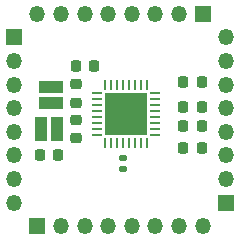
<source format=gbr>
%TF.GenerationSoftware,KiCad,Pcbnew,8.0.3-8.0.3-0~ubuntu23.10.1*%
%TF.CreationDate,2024-10-02T19:24:58-04:00*%
%TF.ProjectId,nPM1300-Stamp,6e504d31-3330-4302-9d53-74616d702e6b,rev?*%
%TF.SameCoordinates,Original*%
%TF.FileFunction,Soldermask,Top*%
%TF.FilePolarity,Negative*%
%FSLAX46Y46*%
G04 Gerber Fmt 4.6, Leading zero omitted, Abs format (unit mm)*
G04 Created by KiCad (PCBNEW 8.0.3-8.0.3-0~ubuntu23.10.1) date 2024-10-02 19:24:58*
%MOMM*%
%LPD*%
G01*
G04 APERTURE LIST*
G04 Aperture macros list*
%AMRoundRect*
0 Rectangle with rounded corners*
0 $1 Rounding radius*
0 $2 $3 $4 $5 $6 $7 $8 $9 X,Y pos of 4 corners*
0 Add a 4 corners polygon primitive as box body*
4,1,4,$2,$3,$4,$5,$6,$7,$8,$9,$2,$3,0*
0 Add four circle primitives for the rounded corners*
1,1,$1+$1,$2,$3*
1,1,$1+$1,$4,$5*
1,1,$1+$1,$6,$7*
1,1,$1+$1,$8,$9*
0 Add four rect primitives between the rounded corners*
20,1,$1+$1,$2,$3,$4,$5,0*
20,1,$1+$1,$4,$5,$6,$7,0*
20,1,$1+$1,$6,$7,$8,$9,0*
20,1,$1+$1,$8,$9,$2,$3,0*%
G04 Aperture macros list end*
%ADD10R,1.350000X1.350000*%
%ADD11O,1.350000X1.350000*%
%ADD12RoundRect,0.225000X0.250000X-0.225000X0.250000X0.225000X-0.250000X0.225000X-0.250000X-0.225000X0*%
%ADD13RoundRect,0.225000X-0.225000X-0.250000X0.225000X-0.250000X0.225000X0.250000X-0.225000X0.250000X0*%
%ADD14RoundRect,0.225000X0.225000X0.250000X-0.225000X0.250000X-0.225000X-0.250000X0.225000X-0.250000X0*%
%ADD15RoundRect,0.062500X-0.337500X-0.062500X0.337500X-0.062500X0.337500X0.062500X-0.337500X0.062500X0*%
%ADD16RoundRect,0.062500X-0.062500X-0.337500X0.062500X-0.337500X0.062500X0.337500X-0.062500X0.337500X0*%
%ADD17R,3.600000X3.600000*%
%ADD18R,2.100000X1.100000*%
%ADD19RoundRect,0.225000X-0.250000X0.225000X-0.250000X-0.225000X0.250000X-0.225000X0.250000X0.225000X0*%
%ADD20RoundRect,0.140000X-0.170000X0.140000X-0.170000X-0.140000X0.170000X-0.140000X0.170000X0.140000X0*%
%ADD21R,1.100000X2.100000*%
G04 APERTURE END LIST*
D10*
%TO.C,J4*%
X157000000Y-91000000D03*
D11*
X155000000Y-91000000D03*
X153000000Y-91000000D03*
X151000000Y-91000000D03*
X149000000Y-91000000D03*
X147000000Y-91000000D03*
X145000000Y-91000000D03*
X143000000Y-91000000D03*
%TD*%
D12*
%TO.C,C3*%
X146290000Y-98535000D03*
X146290000Y-96985000D03*
%TD*%
D13*
%TO.C,C5*%
X155365000Y-98930000D03*
X156915000Y-98930000D03*
%TD*%
D14*
%TO.C,C7*%
X147805000Y-95460000D03*
X146255000Y-95460000D03*
%TD*%
D15*
%TO.C,U1*%
X148050000Y-97750000D03*
X148050000Y-98250000D03*
X148050000Y-98750000D03*
X148050000Y-99250000D03*
X148050000Y-99750000D03*
X148050000Y-100250000D03*
X148050000Y-100750000D03*
X148050000Y-101250000D03*
D16*
X148750000Y-101950000D03*
X149250000Y-101950000D03*
X149750000Y-101950000D03*
X150250000Y-101950000D03*
X150750000Y-101950000D03*
X151250000Y-101950000D03*
X151750000Y-101950000D03*
X152250000Y-101950000D03*
D15*
X152950000Y-101250000D03*
X152950000Y-100750000D03*
X152950000Y-100250000D03*
X152950000Y-99750000D03*
X152950000Y-99250000D03*
X152950000Y-98750000D03*
X152950000Y-98250000D03*
X152950000Y-97750000D03*
D16*
X152250000Y-97050000D03*
X151750000Y-97050000D03*
X151250000Y-97050000D03*
X150750000Y-97050000D03*
X150250000Y-97050000D03*
X149750000Y-97050000D03*
X149250000Y-97050000D03*
X148750000Y-97050000D03*
D17*
X150500000Y-99500000D03*
%TD*%
D18*
%TO.C,L1*%
X144170000Y-97170000D03*
X144170000Y-98570000D03*
%TD*%
D19*
%TO.C,C2*%
X146290000Y-100005000D03*
X146290000Y-101555000D03*
%TD*%
D13*
%TO.C,C6*%
X155365000Y-96800000D03*
X156915000Y-96800000D03*
%TD*%
%TO.C,C13*%
X155365000Y-102375000D03*
X156915000Y-102375000D03*
%TD*%
D20*
%TO.C,C1*%
X150250000Y-103220000D03*
X150250000Y-104180000D03*
%TD*%
D21*
%TO.C,L2*%
X143270000Y-100780000D03*
X144670000Y-100780000D03*
%TD*%
D10*
%TO.C,J3*%
X159000000Y-107000000D03*
D11*
X159000000Y-105000000D03*
X159000000Y-103000000D03*
X159000000Y-101000000D03*
X159000000Y-99000000D03*
X159000000Y-97000000D03*
X159000000Y-95000000D03*
X159000000Y-93000000D03*
%TD*%
D10*
%TO.C,J1*%
X141000000Y-93000000D03*
D11*
X141000000Y-95000000D03*
X141000000Y-97000000D03*
X141000000Y-99000000D03*
X141000000Y-101000000D03*
X141000000Y-103000000D03*
X141000000Y-105000000D03*
X141000000Y-107000000D03*
%TD*%
D13*
%TO.C,C4*%
X155365000Y-100500000D03*
X156915000Y-100500000D03*
%TD*%
%TO.C,C8*%
X143225000Y-102950000D03*
X144775000Y-102950000D03*
%TD*%
D10*
%TO.C,J2*%
X143000000Y-109000000D03*
D11*
X145000000Y-109000000D03*
X147000000Y-109000000D03*
X149000000Y-109000000D03*
X151000000Y-109000000D03*
X153000000Y-109000000D03*
X155000000Y-109000000D03*
X157000000Y-109000000D03*
%TD*%
M02*

</source>
